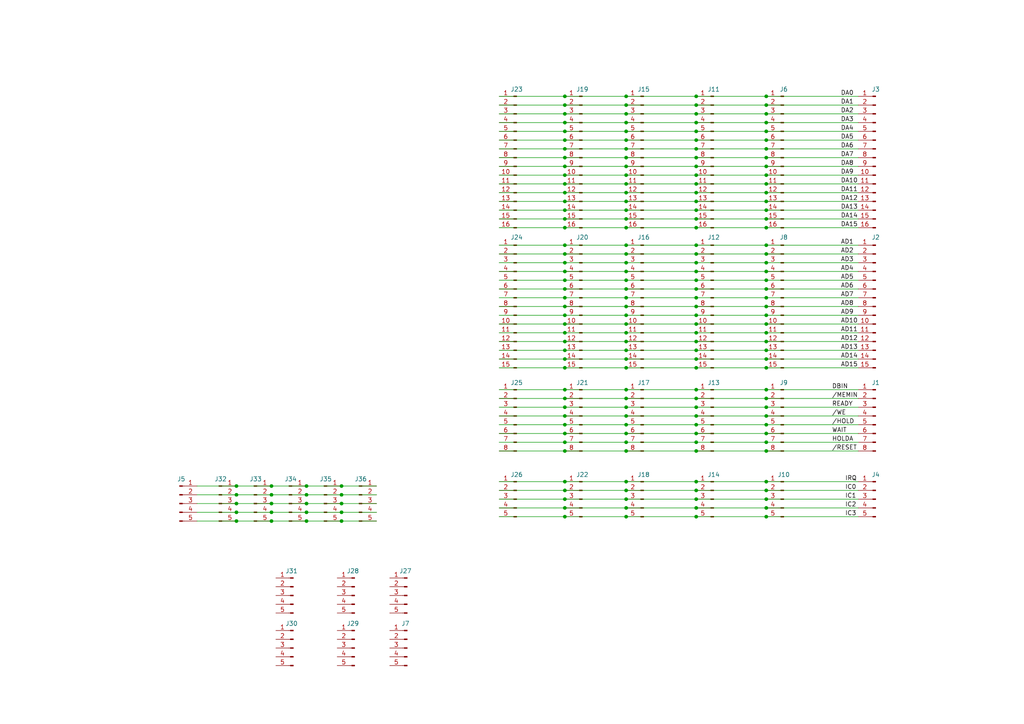
<source format=kicad_sch>
(kicad_sch (version 20250114) (generator "eeschema") (generator_version "9.0")
  (paper "A4")
  (lib_symbols
    (symbol "Connector:Conn_01x05_Pin" (pin_names (offset 1.016) (hide yes))
      (property "Reference" "J" (at 0 7.62 0))
      (property "Value" "Conn_01x05_Pin" (at 0 -7.62 0))
      (symbol "Conn_01x05_Pin_1_1"
        (rectangle (start 0.8636 5.207) (end 0 4.953) (stroke (width 0.1524)) (fill (type outline)))
        (rectangle (start 0.8636 2.667) (end 0 2.413) (stroke (width 0.1524)) (fill (type outline)))
        (rectangle (start 0.8636 0.127) (end 0 -0.127) (stroke (width 0.1524)) (fill (type outline)))
        (rectangle (start 0.8636 -2.413) (end 0 -2.667) (stroke (width 0.1524)) (fill (type outline)))
        (rectangle (start 0.8636 -4.953) (end 0 -5.207) (stroke (width 0.1524)) (fill (type outline)))
        (polyline (pts (xy 1.27 5.08) (xy 0.8636 5.08)) (stroke (width 0.1524)))
        (polyline (pts (xy 1.27 2.54) (xy 0.8636 2.54)) (stroke (width 0.1524)))
        (polyline (pts (xy 1.27 0) (xy 0.8636 0)) (stroke (width 0.1524)))
        (polyline (pts (xy 1.27 -2.54) (xy 0.8636 -2.54)) (stroke (width 0.1524)))
        (polyline (pts (xy 1.27 -5.08) (xy 0.8636 -5.08)) (stroke (width 0.1524)))
        (pin passive line (at 5.08 5.08 180) (length 3.81) (name "Pin_1") (number "1"))
        (pin passive line (at 5.08 2.54 180) (length 3.81) (name "Pin_2") (number "2"))
        (pin passive line (at 5.08 0 180) (length 3.81) (name "Pin_3") (number "3"))
        (pin passive line (at 5.08 -2.54 180) (length 3.81) (name "Pin_4") (number "4"))
        (pin passive line (at 5.08 -5.08 180) (length 3.81) (name "Pin_5") (number "5"))
      )
    )
    (symbol "Connector:Conn_01x08_Pin" (pin_names (offset 1.016) (hide yes))
      (property "Reference" "J" (at 0 10.16 0))
      (property "Value" "Conn_01x08_Pin" (at 0 -12.7 0))
      (symbol "Conn_01x08_Pin_1_1"
        (rectangle (start 0.8636 7.747) (end 0 7.493) (stroke (width 0.1524)) (fill (type outline)))
        (rectangle (start 0.8636 5.207) (end 0 4.953) (stroke (width 0.1524)) (fill (type outline)))
        (rectangle (start 0.8636 2.667) (end 0 2.413) (stroke (width 0.1524)) (fill (type outline)))
        (rectangle (start 0.8636 0.127) (end 0 -0.127) (stroke (width 0.1524)) (fill (type outline)))
        (rectangle (start 0.8636 -2.413) (end 0 -2.667) (stroke (width 0.1524)) (fill (type outline)))
        (rectangle (start 0.8636 -4.953) (end 0 -5.207) (stroke (width 0.1524)) (fill (type outline)))
        (rectangle (start 0.8636 -7.493) (end 0 -7.747) (stroke (width 0.1524)) (fill (type outline)))
        (rectangle (start 0.8636 -10.033) (end 0 -10.287) (stroke (width 0.1524)) (fill (type outline)))
        (polyline (pts (xy 1.27 7.62) (xy 0.8636 7.62)) (stroke (width 0.1524)))
        (polyline (pts (xy 1.27 5.08) (xy 0.8636 5.08)) (stroke (width 0.1524)))
        (polyline (pts (xy 1.27 2.54) (xy 0.8636 2.54)) (stroke (width 0.1524)))
        (polyline (pts (xy 1.27 0) (xy 0.8636 0)) (stroke (width 0.1524)))
        (polyline (pts (xy 1.27 -2.54) (xy 0.8636 -2.54)) (stroke (width 0.1524)))
        (polyline (pts (xy 1.27 -5.08) (xy 0.8636 -5.08)) (stroke (width 0.1524)))
        (polyline (pts (xy 1.27 -7.62) (xy 0.8636 -7.62)) (stroke (width 0.1524)))
        (polyline (pts (xy 1.27 -10.16) (xy 0.8636 -10.16)) (stroke (width 0.1524)))
        (pin passive line (at 5.08 7.62 180) (length 3.81) (name "Pin_1") (number "1"))
        (pin passive line (at 5.08 5.08 180) (length 3.81) (name "Pin_2") (number "2"))
        (pin passive line (at 5.08 2.54 180) (length 3.81) (name "Pin_3") (number "3"))
        (pin passive line (at 5.08 0 180) (length 3.81) (name "Pin_4") (number "4"))
        (pin passive line (at 5.08 -2.54 180) (length 3.81) (name "Pin_5") (number "5"))
        (pin passive line (at 5.08 -5.08 180) (length 3.81) (name "Pin_6") (number "6"))
        (pin passive line (at 5.08 -7.62 180) (length 3.81) (name "Pin_7") (number "7"))
        (pin passive line (at 5.08 -10.16 180) (length 3.81) (name "Pin_8") (number "8"))
      )
    )
    (symbol "Connector:Conn_01x15_Pin" (pin_names (offset 1.016) (hide yes))
      (property "Reference" "J" (at 0 20.32 0))
      (property "Value" "Conn_01x15_Pin" (at 0 -20.32 0))
      (symbol "Conn_01x15_Pin_1_1"
        (rectangle (start 0.8636 17.907) (end 0 17.653) (stroke (width 0.1524)) (fill (type outline)))
        (rectangle (start 0.8636 15.367) (end 0 15.113) (stroke (width 0.1524)) (fill (type outline)))
        (rectangle (start 0.8636 12.827) (end 0 12.573) (stroke (width 0.1524)) (fill (type outline)))
        (rectangle (start 0.8636 10.287) (end 0 10.033) (stroke (width 0.1524)) (fill (type outline)))
        (rectangle (start 0.8636 7.747) (end 0 7.493) (stroke (width 0.1524)) (fill (type outline)))
        (rectangle (start 0.8636 5.207) (end 0 4.953) (stroke (width 0.1524)) (fill (type outline)))
        (rectangle (start 0.8636 2.667) (end 0 2.413) (stroke (width 0.1524)) (fill (type outline)))
        (rectangle (start 0.8636 0.127) (end 0 -0.127) (stroke (width 0.1524)) (fill (type outline)))
        (rectangle (start 0.8636 -2.413) (end 0 -2.667) (stroke (width 0.1524)) (fill (type outline)))
        (rectangle (start 0.8636 -4.953) (end 0 -5.207) (stroke (width 0.1524)) (fill (type outline)))
        (rectangle (start 0.8636 -7.493) (end 0 -7.747) (stroke (width 0.1524)) (fill (type outline)))
        (rectangle (start 0.8636 -10.033) (end 0 -10.287) (stroke (width 0.1524)) (fill (type outline)))
        (rectangle (start 0.8636 -12.573) (end 0 -12.827) (stroke (width 0.1524)) (fill (type outline)))
        (rectangle (start 0.8636 -15.113) (end 0 -15.367) (stroke (width 0.1524)) (fill (type outline)))
        (rectangle (start 0.8636 -17.653) (end 0 -17.907) (stroke (width 0.1524)) (fill (type outline)))
        (polyline (pts (xy 1.27 17.78) (xy 0.8636 17.78)) (stroke (width 0.1524)))
        (polyline (pts (xy 1.27 15.24) (xy 0.8636 15.24)) (stroke (width 0.1524)))
        (polyline (pts (xy 1.27 12.7) (xy 0.8636 12.7)) (stroke (width 0.1524)))
        (polyline (pts (xy 1.27 10.16) (xy 0.8636 10.16)) (stroke (width 0.1524)))
        (polyline (pts (xy 1.27 7.62) (xy 0.8636 7.62)) (stroke (width 0.1524)))
        (polyline (pts (xy 1.27 5.08) (xy 0.8636 5.08)) (stroke (width 0.1524)))
        (polyline (pts (xy 1.27 2.54) (xy 0.8636 2.54)) (stroke (width 0.1524)))
        (polyline (pts (xy 1.27 0) (xy 0.8636 0)) (stroke (width 0.1524)))
        (polyline (pts (xy 1.27 -2.54) (xy 0.8636 -2.54)) (stroke (width 0.1524)))
        (polyline (pts (xy 1.27 -5.08) (xy 0.8636 -5.08)) (stroke (width 0.1524)))
        (polyline (pts (xy 1.27 -7.62) (xy 0.8636 -7.62)) (stroke (width 0.1524)))
        (polyline (pts (xy 1.27 -10.16) (xy 0.8636 -10.16)) (stroke (width 0.1524)))
        (polyline (pts (xy 1.27 -12.7) (xy 0.8636 -12.7)) (stroke (width 0.1524)))
        (polyline (pts (xy 1.27 -15.24) (xy 0.8636 -15.24)) (stroke (width 0.1524)))
        (polyline (pts (xy 1.27 -17.78) (xy 0.8636 -17.78)) (stroke (width 0.1524)))
        (pin passive line (at 5.08 17.78 180) (length 3.81) (name "Pin_1") (number "1"))
        (pin passive line (at 5.08 15.24 180) (length 3.81) (name "Pin_2") (number "2"))
        (pin passive line (at 5.08 12.7 180) (length 3.81) (name "Pin_3") (number "3"))
        (pin passive line (at 5.08 10.16 180) (length 3.81) (name "Pin_4") (number "4"))
        (pin passive line (at 5.08 7.62 180) (length 3.81) (name "Pin_5") (number "5"))
        (pin passive line (at 5.08 5.08 180) (length 3.81) (name "Pin_6") (number "6"))
        (pin passive line (at 5.08 2.54 180) (length 3.81) (name "Pin_7") (number "7"))
        (pin passive line (at 5.08 0 180) (length 3.81) (name "Pin_8") (number "8"))
        (pin passive line (at 5.08 -2.54 180) (length 3.81) (name "Pin_9") (number "9"))
        (pin passive line (at 5.08 -5.08 180) (length 3.81) (name "Pin_10") (number "10"))
        (pin passive line (at 5.08 -7.62 180) (length 3.81) (name "Pin_11") (number "11"))
        (pin passive line (at 5.08 -10.16 180) (length 3.81) (name "Pin_12") (number "12"))
        (pin passive line (at 5.08 -12.7 180) (length 3.81) (name "Pin_13") (number "13"))
        (pin passive line (at 5.08 -15.24 180) (length 3.81) (name "Pin_14") (number "14"))
        (pin passive line (at 5.08 -17.78 180) (length 3.81) (name "Pin_15") (number "15"))
      )
    )
    (symbol "Connector:Conn_01x16_Pin" (pin_names (offset 1.016) (hide yes))
      (property "Reference" "J" (at 0 20.32 0))
      (property "Value" "Conn_01x16_Pin" (at 0 -22.86 0))
      (symbol "Conn_01x16_Pin_1_1"
        (rectangle (start 0.8636 17.907) (end 0 17.653) (stroke (width 0.1524)) (fill (type outline)))
        (rectangle (start 0.8636 15.367) (end 0 15.113) (stroke (width 0.1524)) (fill (type outline)))
        (rectangle (start 0.8636 12.827) (end 0 12.573) (stroke (width 0.1524)) (fill (type outline)))
        (rectangle (start 0.8636 10.287) (end 0 10.033) (stroke (width 0.1524)) (fill (type outline)))
        (rectangle (start 0.8636 7.747) (end 0 7.493) (stroke (width 0.1524)) (fill (type outline)))
        (rectangle (start 0.8636 5.207) (end 0 4.953) (stroke (width 0.1524)) (fill (type outline)))
        (rectangle (start 0.8636 2.667) (end 0 2.413) (stroke (width 0.1524)) (fill (type outline)))
        (rectangle (start 0.8636 0.127) (end 0 -0.127) (stroke (width 0.1524)) (fill (type outline)))
        (rectangle (start 0.8636 -2.413) (end 0 -2.667) (stroke (width 0.1524)) (fill (type outline)))
        (rectangle (start 0.8636 -4.953) (end 0 -5.207) (stroke (width 0.1524)) (fill (type outline)))
        (rectangle (start 0.8636 -7.493) (end 0 -7.747) (stroke (width 0.1524)) (fill (type outline)))
        (rectangle (start 0.8636 -10.033) (end 0 -10.287) (stroke (width 0.1524)) (fill (type outline)))
        (rectangle (start 0.8636 -12.573) (end 0 -12.827) (stroke (width 0.1524)) (fill (type outline)))
        (rectangle (start 0.8636 -15.113) (end 0 -15.367) (stroke (width 0.1524)) (fill (type outline)))
        (rectangle (start 0.8636 -17.653) (end 0 -17.907) (stroke (width 0.1524)) (fill (type outline)))
        (rectangle (start 0.8636 -20.193) (end 0 -20.447) (stroke (width 0.1524)) (fill (type outline)))
        (polyline (pts (xy 1.27 17.78) (xy 0.8636 17.78)) (stroke (width 0.1524)))
        (polyline (pts (xy 1.27 15.24) (xy 0.8636 15.24)) (stroke (width 0.1524)))
        (polyline (pts (xy 1.27 12.7) (xy 0.8636 12.7)) (stroke (width 0.1524)))
        (polyline (pts (xy 1.27 10.16) (xy 0.8636 10.16)) (stroke (width 0.1524)))
        (polyline (pts (xy 1.27 7.62) (xy 0.8636 7.62)) (stroke (width 0.1524)))
        (polyline (pts (xy 1.27 5.08) (xy 0.8636 5.08)) (stroke (width 0.1524)))
        (polyline (pts (xy 1.27 2.54) (xy 0.8636 2.54)) (stroke (width 0.1524)))
        (polyline (pts (xy 1.27 0) (xy 0.8636 0)) (stroke (width 0.1524)))
        (polyline (pts (xy 1.27 -2.54) (xy 0.8636 -2.54)) (stroke (width 0.1524)))
        (polyline (pts (xy 1.27 -5.08) (xy 0.8636 -5.08)) (stroke (width 0.1524)))
        (polyline (pts (xy 1.27 -7.62) (xy 0.8636 -7.62)) (stroke (width 0.1524)))
        (polyline (pts (xy 1.27 -10.16) (xy 0.8636 -10.16)) (stroke (width 0.1524)))
        (polyline (pts (xy 1.27 -12.7) (xy 0.8636 -12.7)) (stroke (width 0.1524)))
        (polyline (pts (xy 1.27 -15.24) (xy 0.8636 -15.24)) (stroke (width 0.1524)))
        (polyline (pts (xy 1.27 -17.78) (xy 0.8636 -17.78)) (stroke (width 0.1524)))
        (polyline (pts (xy 1.27 -20.32) (xy 0.8636 -20.32)) (stroke (width 0.1524)))
        (pin passive line (at 5.08 17.78 180) (length 3.81) (name "Pin_1") (number "1"))
        (pin passive line (at 5.08 15.24 180) (length 3.81) (name "Pin_2") (number "2"))
        (pin passive line (at 5.08 12.7 180) (length 3.81) (name "Pin_3") (number "3"))
        (pin passive line (at 5.08 10.16 180) (length 3.81) (name "Pin_4") (number "4"))
        (pin passive line (at 5.08 7.62 180) (length 3.81) (name "Pin_5") (number "5"))
        (pin passive line (at 5.08 5.08 180) (length 3.81) (name "Pin_6") (number "6"))
        (pin passive line (at 5.08 2.54 180) (length 3.81) (name "Pin_7") (number "7"))
        (pin passive line (at 5.08 0 180) (length 3.81) (name "Pin_8") (number "8"))
        (pin passive line (at 5.08 -2.54 180) (length 3.81) (name "Pin_9") (number "9"))
        (pin passive line (at 5.08 -5.08 180) (length 3.81) (name "Pin_10") (number "10"))
        (pin passive line (at 5.08 -7.62 180) (length 3.81) (name "Pin_11") (number "11"))
        (pin passive line (at 5.08 -10.16 180) (length 3.81) (name "Pin_12") (number "12"))
        (pin passive line (at 5.08 -12.7 180) (length 3.81) (name "Pin_13") (number "13"))
        (pin passive line (at 5.08 -15.24 180) (length 3.81) (name "Pin_14") (number "14"))
        (pin passive line (at 5.08 -17.78 180) (length 3.81) (name "Pin_15") (number "15"))
        (pin passive line (at 5.08 -20.32 180) (length 3.81) (name "Pin_16") (number "16"))
      )
    )
  )
  (junction (at 222.25 118.11))
  (junction (at 222.25 43.18))
  (junction (at 201.93 113.03))
  (junction (at 78.74 151.13))
  (junction (at 68.58 143.51))
  (junction (at 201.93 86.36))
  (junction (at 201.93 45.72))
  (junction (at 201.93 142.24))
  (junction (at 181.61 40.64))
  (junction (at 181.61 118.11))
  (junction (at 222.25 66.04))
  (junction (at 163.83 78.74))
  (junction (at 222.25 123.19))
  (junction (at 181.61 83.82))
  (junction (at 201.93 71.12))
  (junction (at 222.25 115.57))
  (junction (at 163.83 101.6))
  (junction (at 222.25 149.86))
  (junction (at 222.25 142.24))
  (junction (at 222.25 113.03))
  (junction (at 222.25 104.14))
  (junction (at 222.25 91.44))
  (junction (at 222.25 35.56))
  (junction (at 163.83 50.8))
  (junction (at 222.25 144.78))
  (junction (at 163.83 125.73))
  (junction (at 201.93 40.64))
  (junction (at 163.83 35.56))
  (junction (at 181.61 35.56))
  (junction (at 163.83 71.12))
  (junction (at 181.61 149.86))
  (junction (at 163.83 40.64))
  (junction (at 201.93 147.32))
  (junction (at 201.93 106.68))
  (junction (at 181.61 63.5))
  (junction (at 201.93 50.8))
  (junction (at 163.83 91.44))
  (junction (at 163.83 63.5))
  (junction (at 181.61 33.02))
  (junction (at 201.93 48.26))
  (junction (at 201.93 38.1))
  (junction (at 222.25 106.68))
  (junction (at 181.61 147.32))
  (junction (at 201.93 73.66))
  (junction (at 201.93 96.52))
  (junction (at 222.25 33.02))
  (junction (at 201.93 139.7))
  (junction (at 222.25 76.2))
  (junction (at 181.61 101.6))
  (junction (at 222.25 93.98))
  (junction (at 181.61 66.04))
  (junction (at 163.83 139.7))
  (junction (at 88.9 148.59))
  (junction (at 68.58 151.13))
  (junction (at 181.61 73.66))
  (junction (at 163.83 123.19))
  (junction (at 201.93 81.28))
  (junction (at 163.83 38.1))
  (junction (at 88.9 146.05))
  (junction (at 163.83 118.11))
  (junction (at 222.25 88.9))
  (junction (at 181.61 120.65))
  (junction (at 222.25 130.81))
  (junction (at 163.83 130.81))
  (junction (at 88.9 140.97))
  (junction (at 181.61 45.72))
  (junction (at 201.93 130.81))
  (junction (at 163.83 113.03))
  (junction (at 201.93 93.98))
  (junction (at 201.93 99.06))
  (junction (at 181.61 86.36))
  (junction (at 163.83 81.28))
  (junction (at 181.61 142.24))
  (junction (at 163.83 60.96))
  (junction (at 163.83 33.02))
  (junction (at 222.25 60.96))
  (junction (at 222.25 53.34))
  (junction (at 163.83 93.98))
  (junction (at 201.93 43.18))
  (junction (at 201.93 35.56))
  (junction (at 222.25 125.73))
  (junction (at 163.83 55.88))
  (junction (at 163.83 120.65))
  (junction (at 163.83 147.32))
  (junction (at 222.25 101.6))
  (junction (at 78.74 140.97))
  (junction (at 181.61 88.9))
  (junction (at 163.83 142.24))
  (junction (at 163.83 53.34))
  (junction (at 222.25 73.66))
  (junction (at 163.83 27.94))
  (junction (at 222.25 139.7))
  (junction (at 222.25 58.42))
  (junction (at 163.83 88.9))
  (junction (at 201.93 88.9))
  (junction (at 222.25 63.5))
  (junction (at 201.93 83.82))
  (junction (at 163.83 86.36))
  (junction (at 181.61 115.57))
  (junction (at 163.83 30.48))
  (junction (at 78.74 143.51))
  (junction (at 201.93 101.6))
  (junction (at 181.61 113.03))
  (junction (at 222.25 50.8))
  (junction (at 201.93 115.57))
  (junction (at 222.25 83.82))
  (junction (at 201.93 63.5))
  (junction (at 181.61 50.8))
  (junction (at 181.61 81.28))
  (junction (at 201.93 66.04))
  (junction (at 201.93 27.94))
  (junction (at 201.93 58.42))
  (junction (at 201.93 60.96))
  (junction (at 181.61 30.48))
  (junction (at 181.61 128.27))
  (junction (at 181.61 38.1))
  (junction (at 201.93 55.88))
  (junction (at 163.83 144.78))
  (junction (at 181.61 104.14))
  (junction (at 181.61 99.06))
  (junction (at 88.9 143.51))
  (junction (at 222.25 71.12))
  (junction (at 163.83 149.86))
  (junction (at 99.06 143.51))
  (junction (at 163.83 76.2))
  (junction (at 181.61 78.74))
  (junction (at 181.61 123.19))
  (junction (at 181.61 43.18))
  (junction (at 222.25 78.74))
  (junction (at 163.83 128.27))
  (junction (at 201.93 53.34))
  (junction (at 201.93 125.73))
  (junction (at 201.93 33.02))
  (junction (at 181.61 91.44))
  (junction (at 181.61 55.88))
  (junction (at 222.25 128.27))
  (junction (at 181.61 58.42))
  (junction (at 222.25 86.36))
  (junction (at 201.93 123.19))
  (junction (at 222.25 99.06))
  (junction (at 163.83 106.68))
  (junction (at 99.06 140.97))
  (junction (at 222.25 27.94))
  (junction (at 181.61 48.26))
  (junction (at 163.83 104.14))
  (junction (at 99.06 151.13))
  (junction (at 68.58 148.59))
  (junction (at 222.25 81.28))
  (junction (at 222.25 40.64))
  (junction (at 201.93 78.74))
  (junction (at 78.74 148.59))
  (junction (at 181.61 76.2))
  (junction (at 181.61 106.68))
  (junction (at 163.83 73.66))
  (junction (at 181.61 93.98))
  (junction (at 163.83 83.82))
  (junction (at 163.83 43.18))
  (junction (at 201.93 91.44))
  (junction (at 163.83 48.26))
  (junction (at 88.9 151.13))
  (junction (at 222.25 55.88))
  (junction (at 181.61 139.7))
  (junction (at 181.61 71.12))
  (junction (at 201.93 149.86))
  (junction (at 99.06 148.59))
  (junction (at 163.83 66.04))
  (junction (at 163.83 45.72))
  (junction (at 222.25 45.72))
  (junction (at 222.25 38.1))
  (junction (at 181.61 60.96))
  (junction (at 181.61 125.73))
  (junction (at 163.83 99.06))
  (junction (at 222.25 96.52))
  (junction (at 222.25 147.32))
  (junction (at 222.25 120.65))
  (junction (at 163.83 115.57))
  (junction (at 181.61 96.52))
  (junction (at 181.61 27.94))
  (junction (at 222.25 48.26))
  (junction (at 201.93 76.2))
  (junction (at 181.61 53.34))
  (junction (at 181.61 144.78))
  (junction (at 222.25 30.48))
  (junction (at 201.93 30.48))
  (junction (at 201.93 104.14))
  (junction (at 201.93 118.11))
  (junction (at 201.93 144.78))
  (junction (at 78.74 146.05))
  (junction (at 99.06 146.05))
  (junction (at 163.83 96.52))
  (junction (at 163.83 58.42))
  (junction (at 181.61 130.81))
  (junction (at 68.58 146.05))
  (junction (at 201.93 120.65))
  (junction (at 68.58 140.97))
  (junction (at 201.93 128.27))
  (wire (pts (xy 222.25 86.36) (xy 248.92 86.36)))
  (wire (pts (xy 144.78 81.28) (xy 163.83 81.28)))
  (wire (pts (xy 68.58 140.97) (xy 78.74 140.97)))
  (wire (pts (xy 181.61 33.02) (xy 201.93 33.02)))
  (wire (pts (xy 144.78 115.57) (xy 163.83 115.57)))
  (wire (pts (xy 201.93 120.65) (xy 222.25 120.65)))
  (wire (pts (xy 144.78 123.19) (xy 163.83 123.19)))
  (wire (pts (xy 163.83 58.42) (xy 181.61 58.42)))
  (wire (pts (xy 201.93 58.42) (xy 222.25 58.42)))
  (wire (pts (xy 222.25 60.96) (xy 248.92 60.96)))
  (wire (pts (xy 201.93 149.86) (xy 222.25 149.86)))
  (wire (pts (xy 201.93 142.24) (xy 222.25 142.24)))
  (wire (pts (xy 181.61 88.9) (xy 201.93 88.9)))
  (wire (pts (xy 181.61 66.04) (xy 201.93 66.04)))
  (wire (pts (xy 163.83 78.74) (xy 181.61 78.74)))
  (wire (pts (xy 222.25 113.03) (xy 248.92 113.03)))
  (wire (pts (xy 144.78 93.98) (xy 163.83 93.98)))
  (wire (pts (xy 144.78 35.56) (xy 163.83 35.56)))
  (wire (pts (xy 78.74 140.97) (xy 88.9 140.97)))
  (wire (pts (xy 163.83 43.18) (xy 181.61 43.18)))
  (wire (pts (xy 181.61 104.14) (xy 201.93 104.14)))
  (wire (pts (xy 163.83 99.06) (xy 181.61 99.06)))
  (wire (pts (xy 163.83 76.2) (xy 181.61 76.2)))
  (wire (pts (xy 144.78 139.7) (xy 163.83 139.7)))
  (wire (pts (xy 222.25 104.14) (xy 248.92 104.14)))
  (wire (pts (xy 163.83 66.04) (xy 181.61 66.04)))
  (wire (pts (xy 181.61 76.2) (xy 201.93 76.2)))
  (wire (pts (xy 222.25 58.42) (xy 248.92 58.42)))
  (wire (pts (xy 88.9 143.51) (xy 99.06 143.51)))
  (wire (pts (xy 181.61 58.42) (xy 201.93 58.42)))
  (wire (pts (xy 181.61 50.8) (xy 201.93 50.8)))
  (wire (pts (xy 222.25 53.34) (xy 248.92 53.34)))
  (wire (pts (xy 222.25 73.66) (xy 248.92 73.66)))
  (wire (pts (xy 201.93 144.78) (xy 222.25 144.78)))
  (wire (pts (xy 222.25 55.88) (xy 248.92 55.88)))
  (wire (pts (xy 163.83 60.96) (xy 181.61 60.96)))
  (wire (pts (xy 181.61 91.44) (xy 201.93 91.44)))
  (wire (pts (xy 222.25 139.7) (xy 248.92 139.7)))
  (wire (pts (xy 181.61 99.06) (xy 201.93 99.06)))
  (wire (pts (xy 57.15 140.97) (xy 68.58 140.97)))
  (wire (pts (xy 163.83 50.8) (xy 181.61 50.8)))
  (wire (pts (xy 181.61 71.12) (xy 201.93 71.12)))
  (wire (pts (xy 181.61 93.98) (xy 201.93 93.98)))
  (wire (pts (xy 222.25 40.64) (xy 248.92 40.64)))
  (wire (pts (xy 144.78 58.42) (xy 163.83 58.42)))
  (wire (pts (xy 78.74 151.13) (xy 88.9 151.13)))
  (wire (pts (xy 201.93 66.04) (xy 222.25 66.04)))
  (wire (pts (xy 201.93 123.19) (xy 222.25 123.19)))
  (wire (pts (xy 181.61 149.86) (xy 201.93 149.86)))
  (wire (pts (xy 163.83 38.1) (xy 181.61 38.1)))
  (wire (pts (xy 144.78 149.86) (xy 163.83 149.86)))
  (wire (pts (xy 144.78 83.82) (xy 163.83 83.82)))
  (wire (pts (xy 144.78 88.9) (xy 163.83 88.9)))
  (wire (pts (xy 201.93 113.03) (xy 222.25 113.03)))
  (wire (pts (xy 222.25 96.52) (xy 248.92 96.52)))
  (wire (pts (xy 163.83 125.73) (xy 181.61 125.73)))
  (wire (pts (xy 181.61 142.24) (xy 201.93 142.24)))
  (wire (pts (xy 144.78 38.1) (xy 163.83 38.1)))
  (wire (pts (xy 144.78 50.8) (xy 163.83 50.8)))
  (wire (pts (xy 144.78 33.02) (xy 163.83 33.02)))
  (wire (pts (xy 57.15 148.59) (xy 68.58 148.59)))
  (wire (pts (xy 201.93 78.74) (xy 222.25 78.74)))
  (wire (pts (xy 144.78 142.24) (xy 163.83 142.24)))
  (wire (pts (xy 99.06 151.13) (xy 109.22 151.13)))
  (wire (pts (xy 163.83 130.81) (xy 181.61 130.81)))
  (wire (pts (xy 99.06 143.51) (xy 109.22 143.51)))
  (wire (pts (xy 181.61 83.82) (xy 201.93 83.82)))
  (wire (pts (xy 144.78 125.73) (xy 163.83 125.73)))
  (wire (pts (xy 222.25 120.65) (xy 248.92 120.65)))
  (wire (pts (xy 201.93 99.06) (xy 222.25 99.06)))
  (wire (pts (xy 163.83 30.48) (xy 181.61 30.48)))
  (wire (pts (xy 68.58 146.05) (xy 78.74 146.05)))
  (wire (pts (xy 222.25 93.98) (xy 248.92 93.98)))
  (wire (pts (xy 222.25 48.26) (xy 248.92 48.26)))
  (wire (pts (xy 163.83 104.14) (xy 181.61 104.14)))
  (wire (pts (xy 181.61 55.88) (xy 201.93 55.88)))
  (wire (pts (xy 144.78 78.74) (xy 163.83 78.74)))
  (wire (pts (xy 181.61 123.19) (xy 201.93 123.19)))
  (wire (pts (xy 163.83 142.24) (xy 181.61 142.24)))
  (wire (pts (xy 222.25 106.68) (xy 248.92 106.68)))
  (wire (pts (xy 222.25 123.19) (xy 248.92 123.19)))
  (wire (pts (xy 222.25 88.9) (xy 248.92 88.9)))
  (wire (pts (xy 163.83 33.02) (xy 181.61 33.02)))
  (wire (pts (xy 222.25 30.48) (xy 248.92 30.48)))
  (wire (pts (xy 201.93 71.12) (xy 222.25 71.12)))
  (wire (pts (xy 201.93 106.68) (xy 222.25 106.68)))
  (wire (pts (xy 163.83 91.44) (xy 181.61 91.44)))
  (wire (pts (xy 163.83 86.36) (xy 181.61 86.36)))
  (wire (pts (xy 163.83 73.66) (xy 181.61 73.66)))
  (wire (pts (xy 163.83 81.28) (xy 181.61 81.28)))
  (wire (pts (xy 181.61 120.65) (xy 201.93 120.65)))
  (wire (pts (xy 222.25 142.24) (xy 248.92 142.24)))
  (wire (pts (xy 222.25 66.04) (xy 248.92 66.04)))
  (wire (pts (xy 222.25 43.18) (xy 248.92 43.18)))
  (wire (pts (xy 144.78 104.14) (xy 163.83 104.14)))
  (wire (pts (xy 222.25 149.86) (xy 248.92 149.86)))
  (wire (pts (xy 57.15 151.13) (xy 68.58 151.13)))
  (wire (pts (xy 181.61 115.57) (xy 201.93 115.57)))
  (wire (pts (xy 201.93 30.48) (xy 222.25 30.48)))
  (wire (pts (xy 144.78 118.11) (xy 163.83 118.11)))
  (wire (pts (xy 201.93 43.18) (xy 222.25 43.18)))
  (wire (pts (xy 144.78 99.06) (xy 163.83 99.06)))
  (wire (pts (xy 181.61 130.81) (xy 201.93 130.81)))
  (wire (pts (xy 201.93 96.52) (xy 222.25 96.52)))
  (wire (pts (xy 181.61 86.36) (xy 201.93 86.36)))
  (wire (pts (xy 163.83 139.7) (xy 181.61 139.7)))
  (wire (pts (xy 163.83 123.19) (xy 181.61 123.19)))
  (wire (pts (xy 144.78 43.18) (xy 163.83 43.18)))
  (wire (pts (xy 222.25 27.94) (xy 248.92 27.94)))
  (wire (pts (xy 181.61 113.03) (xy 201.93 113.03)))
  (wire (pts (xy 222.25 81.28) (xy 248.92 81.28)))
  (wire (pts (xy 144.78 128.27) (xy 163.83 128.27)))
  (wire (pts (xy 222.25 76.2) (xy 248.92 76.2)))
  (wire (pts (xy 181.61 139.7) (xy 201.93 139.7)))
  (wire (pts (xy 181.61 45.72) (xy 201.93 45.72)))
  (wire (pts (xy 78.74 148.59) (xy 88.9 148.59)))
  (wire (pts (xy 163.83 63.5) (xy 181.61 63.5)))
  (wire (pts (xy 144.78 55.88) (xy 163.83 55.88)))
  (wire (pts (xy 144.78 130.81) (xy 163.83 130.81)))
  (wire (pts (xy 163.83 120.65) (xy 181.61 120.65)))
  (wire (pts (xy 181.61 40.64) (xy 201.93 40.64)))
  (wire (pts (xy 163.83 55.88) (xy 181.61 55.88)))
  (wire (pts (xy 201.93 38.1) (xy 222.25 38.1)))
  (wire (pts (xy 78.74 143.51) (xy 88.9 143.51)))
  (wire (pts (xy 144.78 45.72) (xy 163.83 45.72)))
  (wire (pts (xy 163.83 88.9) (xy 181.61 88.9)))
  (wire (pts (xy 222.25 78.74) (xy 248.92 78.74)))
  (wire (pts (xy 222.25 125.73) (xy 248.92 125.73)))
  (wire (pts (xy 181.61 53.34) (xy 201.93 53.34)))
  (wire (pts (xy 201.93 81.28) (xy 222.25 81.28)))
  (wire (pts (xy 222.25 101.6) (xy 248.92 101.6)))
  (wire (pts (xy 181.61 60.96) (xy 201.93 60.96)))
  (wire (pts (xy 99.06 140.97) (xy 109.22 140.97)))
  (wire (pts (xy 181.61 27.94) (xy 201.93 27.94)))
  (wire (pts (xy 144.78 63.5) (xy 163.83 63.5)))
  (wire (pts (xy 181.61 106.68) (xy 201.93 106.68)))
  (wire (pts (xy 201.93 104.14) (xy 222.25 104.14)))
  (wire (pts (xy 201.93 53.34) (xy 222.25 53.34)))
  (wire (pts (xy 163.83 40.64) (xy 181.61 40.64)))
  (wire (pts (xy 222.25 63.5) (xy 248.92 63.5)))
  (wire (pts (xy 144.78 53.34) (xy 163.83 53.34)))
  (wire (pts (xy 181.61 144.78) (xy 201.93 144.78)))
  (wire (pts (xy 163.83 45.72) (xy 181.61 45.72)))
  (wire (pts (xy 181.61 125.73) (xy 201.93 125.73)))
  (wire (pts (xy 201.93 88.9) (xy 222.25 88.9)))
  (wire (pts (xy 201.93 63.5) (xy 222.25 63.5)))
  (wire (pts (xy 163.83 115.57) (xy 181.61 115.57)))
  (wire (pts (xy 88.9 148.59) (xy 99.06 148.59)))
  (wire (pts (xy 163.83 149.86) (xy 181.61 149.86)))
  (wire (pts (xy 144.78 66.04) (xy 163.83 66.04)))
  (wire (pts (xy 68.58 151.13) (xy 78.74 151.13)))
  (wire (pts (xy 201.93 73.66) (xy 222.25 73.66)))
  (wire (pts (xy 144.78 27.94) (xy 163.83 27.94)))
  (wire (pts (xy 201.93 83.82) (xy 222.25 83.82)))
  (wire (pts (xy 144.78 76.2) (xy 163.83 76.2)))
  (wire (pts (xy 88.9 140.97) (xy 99.06 140.97)))
  (wire (pts (xy 201.93 125.73) (xy 222.25 125.73)))
  (wire (pts (xy 68.58 148.59) (xy 78.74 148.59)))
  (wire (pts (xy 163.83 48.26) (xy 181.61 48.26)))
  (wire (pts (xy 181.61 128.27) (xy 201.93 128.27)))
  (wire (pts (xy 88.9 146.05) (xy 99.06 146.05)))
  (wire (pts (xy 181.61 73.66) (xy 201.93 73.66)))
  (wire (pts (xy 181.61 147.32) (xy 201.93 147.32)))
  (wire (pts (xy 88.9 151.13) (xy 99.06 151.13)))
  (wire (pts (xy 144.78 60.96) (xy 163.83 60.96)))
  (wire (pts (xy 201.93 48.26) (xy 222.25 48.26)))
  (wire (pts (xy 163.83 35.56) (xy 181.61 35.56)))
  (wire (pts (xy 222.25 45.72) (xy 248.92 45.72)))
  (wire (pts (xy 201.93 60.96) (xy 222.25 60.96)))
  (wire (pts (xy 222.25 144.78) (xy 248.92 144.78)))
  (wire (pts (xy 222.25 115.57) (xy 248.92 115.57)))
  (wire (pts (xy 181.61 35.56) (xy 201.93 35.56)))
  (wire (pts (xy 144.78 48.26) (xy 163.83 48.26)))
  (wire (pts (xy 201.93 45.72) (xy 222.25 45.72)))
  (wire (pts (xy 222.25 99.06) (xy 248.92 99.06)))
  (wire (pts (xy 201.93 50.8) (xy 222.25 50.8)))
  (wire (pts (xy 222.25 130.81) (xy 248.92 130.81)))
  (wire (pts (xy 144.78 73.66) (xy 163.83 73.66)))
  (wire (pts (xy 144.78 96.52) (xy 163.83 96.52)))
  (wire (pts (xy 163.83 27.94) (xy 181.61 27.94)))
  (wire (pts (xy 144.78 147.32) (xy 163.83 147.32)))
  (wire (pts (xy 99.06 146.05) (xy 109.22 146.05)))
  (wire (pts (xy 201.93 35.56) (xy 222.25 35.56)))
  (wire (pts (xy 222.25 35.56) (xy 248.92 35.56)))
  (wire (pts (xy 201.93 55.88) (xy 222.25 55.88)))
  (wire (pts (xy 144.78 40.64) (xy 163.83 40.64)))
  (wire (pts (xy 201.93 118.11) (xy 222.25 118.11)))
  (wire (pts (xy 201.93 115.57) (xy 222.25 115.57)))
  (wire (pts (xy 99.06 148.59) (xy 109.22 148.59)))
  (wire (pts (xy 163.83 128.27) (xy 181.61 128.27)))
  (wire (pts (xy 222.25 38.1) (xy 248.92 38.1)))
  (wire (pts (xy 181.61 101.6) (xy 201.93 101.6)))
  (wire (pts (xy 144.78 120.65) (xy 163.83 120.65)))
  (wire (pts (xy 201.93 76.2) (xy 222.25 76.2)))
  (wire (pts (xy 144.78 101.6) (xy 163.83 101.6)))
  (wire (pts (xy 222.25 83.82) (xy 248.92 83.82)))
  (wire (pts (xy 201.93 139.7) (xy 222.25 139.7)))
  (wire (pts (xy 163.83 144.78) (xy 181.61 144.78)))
  (wire (pts (xy 181.61 78.74) (xy 201.93 78.74)))
  (wire (pts (xy 201.93 101.6) (xy 222.25 101.6)))
  (wire (pts (xy 201.93 147.32) (xy 222.25 147.32)))
  (wire (pts (xy 144.78 91.44) (xy 163.83 91.44)))
  (wire (pts (xy 201.93 93.98) (xy 222.25 93.98)))
  (wire (pts (xy 181.61 81.28) (xy 201.93 81.28)))
  (wire (pts (xy 144.78 30.48) (xy 163.83 30.48)))
  (wire (pts (xy 181.61 30.48) (xy 201.93 30.48)))
  (wire (pts (xy 144.78 86.36) (xy 163.83 86.36)))
  (wire (pts (xy 201.93 91.44) (xy 222.25 91.44)))
  (wire (pts (xy 57.15 143.51) (xy 68.58 143.51)))
  (wire (pts (xy 222.25 71.12) (xy 248.92 71.12)))
  (wire (pts (xy 201.93 86.36) (xy 222.25 86.36)))
  (wire (pts (xy 222.25 118.11) (xy 248.92 118.11)))
  (wire (pts (xy 68.58 143.51) (xy 78.74 143.51)))
  (wire (pts (xy 144.78 71.12) (xy 163.83 71.12)))
  (wire (pts (xy 163.83 53.34) (xy 181.61 53.34)))
  (wire (pts (xy 163.83 147.32) (xy 181.61 147.32)))
  (wire (pts (xy 222.25 147.32) (xy 248.92 147.32)))
  (wire (pts (xy 144.78 106.68) (xy 163.83 106.68)))
  (wire (pts (xy 144.78 144.78) (xy 163.83 144.78)))
  (wire (pts (xy 222.25 128.27) (xy 248.92 128.27)))
  (wire (pts (xy 181.61 96.52) (xy 201.93 96.52)))
  (wire (pts (xy 163.83 106.68) (xy 181.61 106.68)))
  (wire (pts (xy 181.61 118.11) (xy 201.93 118.11)))
  (wire (pts (xy 78.74 146.05) (xy 88.9 146.05)))
  (wire (pts (xy 144.78 113.03) (xy 163.83 113.03)))
  (wire (pts (xy 163.83 71.12) (xy 181.61 71.12)))
  (wire (pts (xy 181.61 48.26) (xy 201.93 48.26)))
  (wire (pts (xy 181.61 43.18) (xy 201.93 43.18)))
  (wire (pts (xy 163.83 113.03) (xy 181.61 113.03)))
  (wire (pts (xy 163.83 96.52) (xy 181.61 96.52)))
  (wire (pts (xy 222.25 91.44) (xy 248.92 91.44)))
  (wire (pts (xy 201.93 128.27) (xy 222.25 128.27)))
  (wire (pts (xy 181.61 38.1) (xy 201.93 38.1)))
  (wire (pts (xy 57.15 146.05) (xy 68.58 146.05)))
  (wire (pts (xy 201.93 33.02) (xy 222.25 33.02)))
  (wire (pts (xy 201.93 27.94) (xy 222.25 27.94)))
  (wire (pts (xy 201.93 40.64) (xy 222.25 40.64)))
  (wire (pts (xy 222.25 33.02) (xy 248.92 33.02)))
  (wire (pts (xy 222.25 50.8) (xy 248.92 50.8)))
  (wire (pts (xy 163.83 93.98) (xy 181.61 93.98)))
  (wire (pts (xy 163.83 101.6) (xy 181.61 101.6)))
  (wire (pts (xy 163.83 118.11) (xy 181.61 118.11)))
  (wire (pts (xy 181.61 63.5) (xy 201.93 63.5)))
  (wire (pts (xy 201.93 130.81) (xy 222.25 130.81)))
  (wire (pts (xy 163.83 83.82) (xy 181.61 83.82)))
  (label "DA3" (at 243.84 35.56 0))
  (label "AD6" (at 243.84 83.82 0))
  (label "HOLDA" (at 241.3 128.27 0))
  (label "DA14" (at 243.84 63.5 0))
  (label "DA11" (at 243.84 55.88 0))
  (label "IC1" (at 245.11 144.78 0))
  (label "{slash}MEMIN" (at 241.3 115.57 0))
  (label "DA9" (at 243.84 50.8 0))
  (label "AD7" (at 243.84 86.36 0))
  (label "IRQ" (at 245.11 139.7 0))
  (label "DA0" (at 243.84 27.94 0))
  (label "DA7" (at 243.84 45.72 0))
  (label "AD9" (at 243.84 91.44 0))
  (label "READY" (at 241.3 118.11 0))
  (label "DA8" (at 243.84 48.26 0))
  (label "DA15" (at 243.84 66.04 0))
  (label "DA12" (at 243.84 58.42 0))
  (label "AD2" (at 243.84 73.66 0))
  (label "AD11" (at 243.84 96.52 0))
  (label "AD15" (at 243.84 106.68 0))
  (label "DA6" (at 243.84 43.18 0))
  (label "DA5" (at 243.84 40.64 0))
  (label "{slash}HOLD" (at 241.3 123.19 0))
  (label "DA4" (at 243.84 38.1 0))
  (label "{slash}WE" (at 241.3 120.65 0))
  (label "IC0" (at 245.11 142.24 0))
  (label "DA10" (at 243.84 53.34 0))
  (label "DA13" (at 243.84 60.96 0))
  (label "AD10" (at 243.84 93.98 0))
  (label "DBIN" (at 241.3 113.03 0))
  (label "AD3" (at 243.84 76.2 0))
  (label "AD5" (at 243.84 81.28 0))
  (label "AD1" (at 243.84 71.12 0))
  (label "IC2" (at 245.11 147.32 0))
  (label "DA2" (at 243.84 33.02 0))
  (label "AD4" (at 243.84 78.74 0))
  (label "{slash}RESET" (at 241.3 130.81 0))
  (label "IC3" (at 245.11 149.86 0))
  (label "DA1" (at 243.84 30.48 0))
  (label "AD14" (at 243.84 104.14 0))
  (label "AD12" (at 243.84 99.06 0))
  (label "WAIT" (at 241.3 125.73 0))
  (label "AD8" (at 243.84 88.9 0))
  (label "AD13" (at 243.84 101.6 0))
  (symbol (lib_id "Connector:Conn_01x05_Pin") (at 118.11 172.72 0) (mirror y) (unit 1)
    (property "Reference" "J27" (at 117.602 165.608 0))
    (property "Value" "Conn_01x05_Pin" (effects (hide yes)))
    (property "Footprint" "Connector_PinHeader_2.54mm:PinHeader_1x05_P2.54mm_Vertical" (effects (hide yes)))
    (property "Description" "Generic connector, single row, 01x05, script generated" (effects (hide yes)))
  )
  (symbol (lib_id "Connector:Conn_01x15_Pin") (at 254 88.9 0) (mirror y) (unit 1)
    (property "Reference" "J2" (at 254 68.834 0))
    (property "Value" "Conn_01x15_Pin" (effects (hide yes)))
    (property "Footprint" "Connector_PinHeader_2.54mm:PinHeader_1x15_P2.54mm_Vertical" (effects (hide yes)))
    (property "Description" "Generic connector, single row, 01x15, script generated" (effects (hide yes)))
  )
  (symbol (lib_id "Connector:Conn_01x15_Pin") (at 227.33 88.9 0) (mirror y) (unit 1)
    (property "Reference" "J8" (at 227.33 68.834 0))
    (property "Value" "Conn_01x15_Pin" (effects (hide yes)))
    (property "Footprint" "Connector_PinHeader_2.54mm:PinHeader_1x15_P2.54mm_Vertical" (effects (hide yes)))
    (property "Description" "Generic connector, single row, 01x15, script generated" (effects (hide yes)))
  )
  (symbol (lib_id "Connector:Conn_01x05_Pin") (at 254 144.78 0) (mirror y) (unit 1)
    (property "Reference" "J4" (at 254 137.668 0))
    (property "Value" "Conn_01x05_Pin" (effects (hide yes)))
    (property "Footprint" "Connector_PinHeader_2.54mm:PinHeader_1x05_P2.54mm_Vertical" (effects (hide yes)))
    (property "Description" "Generic connector, single row, 01x05, script generated" (effects (hide yes)))
  )
  (symbol (lib_id "Connector:Conn_01x16_Pin") (at 254 45.72 0) (mirror y) (unit 1)
    (property "Reference" "J3" (at 254 25.908 0))
    (property "Value" "Conn_01x16_Pin" (effects (hide yes)))
    (property "Footprint" "Connector_PinHeader_2.54mm:PinHeader_1x16_P2.54mm_Vertical" (effects (hide yes)))
    (property "Description" "Generic connector, single row, 01x16, script generated" (effects (hide yes)))
  )
  (symbol (lib_id "Connector:Conn_01x05_Pin") (at 85.09 172.72 0) (mirror y) (unit 1)
    (property "Reference" "J31" (at 84.582 165.608 0))
    (property "Value" "Conn_01x05_Pin" (effects (hide yes)))
    (property "Footprint" "Connector_PinHeader_2.54mm:PinHeader_1x05_P2.54mm_Vertical" (effects (hide yes)))
    (property "Description" "Generic connector, single row, 01x05, script generated" (effects (hide yes)))
  )
  (symbol (lib_id "Connector:Conn_01x05_Pin") (at 207.01 144.78 0) (mirror y) (unit 1)
    (property "Reference" "J14" (at 207.01 137.668 0))
    (property "Value" "Conn_01x05_Pin" (effects (hide yes)))
    (property "Footprint" "Connector_PinHeader_2.54mm:PinHeader_1x05_P2.54mm_Vertical" (effects (hide yes)))
    (property "Description" "Generic connector, single row, 01x05, script generated" (effects (hide yes)))
  )
  (symbol (lib_id "Connector:Conn_01x08_Pin") (at 149.86 120.65 0) (mirror y) (unit 1)
    (property "Reference" "J25" (at 149.86 110.998 0))
    (property "Value" "Conn_01x08_Pin" (effects (hide yes)))
    (property "Footprint" "Connector_PinHeader_2.54mm:PinHeader_1x08_P2.54mm_Vertical" (effects (hide yes)))
    (property "Description" "Generic connector, single row, 01x08, script generated" (effects (hide yes)))
  )
  (symbol (lib_id "Connector:Conn_01x08_Pin") (at 207.01 120.65 0) (mirror y) (unit 1)
    (property "Reference" "J13" (at 207.01 110.998 0))
    (property "Value" "Conn_01x08_Pin" (effects (hide yes)))
    (property "Footprint" "Connector_PinHeader_2.54mm:PinHeader_1x08_P2.54mm_Vertical" (effects (hide yes)))
    (property "Description" "Generic connector, single row, 01x08, script generated" (effects (hide yes)))
  )
  (symbol (lib_id "Connector:Conn_01x16_Pin") (at 207.01 45.72 0) (mirror y) (unit 1)
    (property "Reference" "J11" (at 207.01 25.908 0))
    (property "Value" "Conn_01x16_Pin" (effects (hide yes)))
    (property "Footprint" "Connector_PinHeader_2.54mm:PinHeader_1x16_P2.54mm_Vertical" (effects (hide yes)))
    (property "Description" "Generic connector, single row, 01x16, script generated" (effects (hide yes)))
  )
  (symbol (lib_id "Connector:Conn_01x05_Pin") (at 186.69 144.78 0) (mirror y) (unit 1)
    (property "Reference" "J18" (at 186.69 137.668 0))
    (property "Value" "Conn_01x05_Pin" (effects (hide yes)))
    (property "Footprint" "Connector_PinHeader_2.54mm:PinHeader_1x05_P2.54mm_Vertical" (effects (hide yes)))
    (property "Description" "Generic connector, single row, 01x05, script generated" (effects (hide yes)))
  )
  (symbol (lib_id "Connector:Conn_01x05_Pin") (at 104.14 146.05 0) (unit 1)
    (property "Reference" "J36" (at 104.648 138.938 0))
    (property "Value" "Conn_01x05_Pin" (effects (hide yes)))
    (property "Footprint" "Connector_PinHeader_2.54mm:PinHeader_1x05_P2.54mm_Vertical" (effects (hide yes)))
    (property "Description" "Generic connector, single row, 01x05, script generated" (effects (hide yes)))
  )
  (symbol (lib_id "Connector:Conn_01x08_Pin") (at 186.69 120.65 0) (mirror y) (unit 1)
    (property "Reference" "J17" (at 186.69 110.998 0))
    (property "Value" "Conn_01x08_Pin" (effects (hide yes)))
    (property "Footprint" "Connector_PinHeader_2.54mm:PinHeader_1x08_P2.54mm_Vertical" (effects (hide yes)))
    (property "Description" "Generic connector, single row, 01x08, script generated" (effects (hide yes)))
  )
  (symbol (lib_id "Connector:Conn_01x05_Pin") (at 52.07 146.05 0) (unit 1)
    (property "Reference" "J5" (at 52.578 138.938 0))
    (property "Value" "Conn_01x05_Pin" (effects (hide yes)))
    (property "Footprint" "Connector_PinHeader_2.54mm:PinHeader_1x05_P2.54mm_Vertical" (effects (hide yes)))
    (property "Description" "Generic connector, single row, 01x05, script generated" (effects (hide yes)))
  )
  (symbol (lib_id "Connector:Conn_01x16_Pin") (at 149.86 45.72 0) (mirror y) (unit 1)
    (property "Reference" "J23" (at 149.86 25.908 0))
    (property "Value" "Conn_01x16_Pin" (effects (hide yes)))
    (property "Footprint" "Connector_PinHeader_2.54mm:PinHeader_1x16_P2.54mm_Vertical" (effects (hide yes)))
    (property "Description" "Generic connector, single row, 01x16, script generated" (effects (hide yes)))
  )
  (symbol (lib_id "Connector:Conn_01x05_Pin") (at 83.82 146.05 0) (unit 1)
    (property "Reference" "J34" (at 84.328 138.938 0))
    (property "Value" "Conn_01x05_Pin" (effects (hide yes)))
    (property "Footprint" "Connector_PinHeader_2.54mm:PinHeader_1x05_P2.54mm_Vertical" (effects (hide yes)))
    (property "Description" "Generic connector, single row, 01x05, script generated" (effects (hide yes)))
  )
  (symbol (lib_id "Connector:Conn_01x05_Pin") (at 149.86 144.78 0) (mirror y) (unit 1)
    (property "Reference" "J26" (at 149.86 137.668 0))
    (property "Value" "Conn_01x05_Pin" (effects (hide yes)))
    (property "Footprint" "Connector_PinHeader_2.54mm:PinHeader_1x05_P2.54mm_Vertical" (effects (hide yes)))
    (property "Description" "Generic connector, single row, 01x05, script generated" (effects (hide yes)))
  )
  (symbol (lib_id "Connector:Conn_01x05_Pin") (at 73.66 146.05 0) (unit 1)
    (property "Reference" "J33" (at 74.168 138.938 0))
    (property "Value" "Conn_01x05_Pin" (effects (hide yes)))
    (property "Footprint" "Connector_PinHeader_2.54mm:PinHeader_1x05_P2.54mm_Vertical" (effects (hide yes)))
    (property "Description" "Generic connector, single row, 01x05, script generated" (effects (hide yes)))
  )
  (symbol (lib_id "Connector:Conn_01x08_Pin") (at 254 120.65 0) (mirror y) (unit 1)
    (property "Reference" "J1" (at 254 110.998 0))
    (property "Value" "Conn_01x08_Pin" (effects (hide yes)))
    (property "Footprint" "Connector_PinHeader_2.54mm:PinHeader_1x08_P2.54mm_Vertical" (effects (hide yes)))
    (property "Description" "Generic connector, single row, 01x08, script generated" (effects (hide yes)))
  )
  (symbol (lib_id "Connector:Conn_01x05_Pin") (at 227.33 144.78 0) (mirror y) (unit 1)
    (property "Reference" "J10" (at 227.33 137.668 0))
    (property "Value" "Conn_01x05_Pin" (effects (hide yes)))
    (property "Footprint" "Connector_PinHeader_2.54mm:PinHeader_1x05_P2.54mm_Vertical" (effects (hide yes)))
    (property "Description" "Generic connector, single row, 01x05, script generated" (effects (hide yes)))
  )
  (symbol (lib_id "Connector:Conn_01x08_Pin") (at 168.91 120.65 0) (mirror y) (unit 1)
    (property "Reference" "J21" (at 168.91 110.998 0))
    (property "Value" "Conn_01x08_Pin" (effects (hide yes)))
    (property "Footprint" "Connector_PinHeader_2.54mm:PinHeader_1x08_P2.54mm_Vertical" (effects (hide yes)))
    (property "Description" "Generic connector, single row, 01x08, script generated" (effects (hide yes)))
  )
  (symbol (lib_id "Connector:Conn_01x15_Pin") (at 149.86 88.9 0) (mirror y) (unit 1)
    (property "Reference" "J24" (at 149.86 68.834 0))
    (property "Value" "Conn_01x15_Pin" (effects (hide yes)))
    (property "Footprint" "Connector_PinHeader_2.54mm:PinHeader_1x15_P2.54mm_Vertical" (effects (hide yes)))
    (property "Description" "Generic connector, single row, 01x15, script generated" (effects (hide yes)))
  )
  (symbol (lib_id "Connector:Conn_01x08_Pin") (at 227.33 120.65 0) (mirror y) (unit 1)
    (property "Reference" "J9" (at 227.33 110.998 0))
    (property "Value" "Conn_01x08_Pin" (effects (hide yes)))
    (property "Footprint" "Connector_PinHeader_2.54mm:PinHeader_1x08_P2.54mm_Vertical" (effects (hide yes)))
    (property "Description" "Generic connector, single row, 01x08, script generated" (effects (hide yes)))
  )
  (symbol (lib_id "Connector:Conn_01x05_Pin") (at 168.91 144.78 0) (mirror y) (unit 1)
    (property "Reference" "J22" (at 168.91 137.668 0))
    (property "Value" "Conn_01x05_Pin" (effects (hide yes)))
    (property "Footprint" "Connector_PinHeader_2.54mm:PinHeader_1x05_P2.54mm_Vertical" (effects (hide yes)))
    (property "Description" "Generic connector, single row, 01x05, script generated" (effects (hide yes)))
  )
  (symbol (lib_id "Connector:Conn_01x05_Pin") (at 102.87 172.72 0) (mirror y) (unit 1)
    (property "Reference" "J28" (at 102.362 165.608 0))
    (property "Value" "Conn_01x05_Pin" (effects (hide yes)))
    (property "Footprint" "Connector_PinHeader_2.54mm:PinHeader_1x05_P2.54mm_Vertical" (effects (hide yes)))
    (property "Description" "Generic connector, single row, 01x05, script generated" (effects (hide yes)))
  )
  (symbol (lib_id "Connector:Conn_01x16_Pin") (at 186.69 45.72 0) (mirror y) (unit 1)
    (property "Reference" "J15" (at 186.69 25.908 0))
    (property "Value" "Conn_01x16_Pin" (effects (hide yes)))
    (property "Footprint" "Connector_PinHeader_2.54mm:PinHeader_1x16_P2.54mm_Vertical" (effects (hide yes)))
    (property "Description" "Generic connector, single row, 01x16, script generated" (effects (hide yes)))
  )
  (symbol (lib_id "Connector:Conn_01x15_Pin") (at 207.01 88.9 0) (mirror y) (unit 1)
    (property "Reference" "J12" (at 207.01 68.834 0))
    (property "Value" "Conn_01x15_Pin" (effects (hide yes)))
    (property "Footprint" "Connector_PinHeader_2.54mm:PinHeader_1x15_P2.54mm_Vertical" (effects (hide yes)))
    (property "Description" "Generic connector, single row, 01x15, script generated" (effects (hide yes)))
  )
  (symbol (lib_id "Connector:Conn_01x05_Pin") (at 85.09 187.96 0) (mirror y) (unit 1)
    (property "Reference" "J30" (at 84.582 180.848 0))
    (property "Value" "Conn_01x05_Pin" (effects (hide yes)))
    (property "Footprint" "Connector_PinHeader_2.54mm:PinHeader_1x05_P2.54mm_Vertical" (effects (hide yes)))
    (property "Description" "Generic connector, single row, 01x05, script generated" (effects (hide yes)))
  )
  (symbol (lib_id "Connector:Conn_01x05_Pin") (at 63.5 146.05 0) (unit 1)
    (property "Reference" "J32" (at 64.008 138.938 0))
    (property "Value" "Conn_01x05_Pin" (effects (hide yes)))
    (property "Footprint" "Connector_PinHeader_2.54mm:PinHeader_1x05_P2.54mm_Vertical" (effects (hide yes)))
    (property "Description" "Generic connector, single row, 01x05, script generated" (effects (hide yes)))
  )
  (symbol (lib_id "Connector:Conn_01x05_Pin") (at 102.87 187.96 0) (mirror y) (unit 1)
    (property "Reference" "J29" (at 102.362 180.848 0))
    (property "Value" "Conn_01x05_Pin" (effects (hide yes)))
    (property "Footprint" "Connector_PinHeader_2.54mm:PinHeader_1x05_P2.54mm_Vertical" (effects (hide yes)))
    (property "Description" "Generic connector, single row, 01x05, script generated" (effects (hide yes)))
  )
  (symbol (lib_id "Connector:Conn_01x05_Pin") (at 118.11 187.96 0) (mirror y) (unit 1)
    (property "Reference" "J7" (at 117.602 180.848 0))
    (property "Value" "Conn_01x05_Pin" (effects (hide yes)))
    (property "Footprint" "Connector_PinHeader_2.54mm:PinHeader_1x05_P2.54mm_Vertical" (effects (hide yes)))
    (property "Description" "Generic connector, single row, 01x05, script generated" (effects (hide yes)))
  )
  (symbol (lib_id "Connector:Conn_01x15_Pin") (at 168.91 88.9 0) (mirror y) (unit 1)
    (property "Reference" "J20" (at 168.91 68.834 0))
    (property "Value" "Conn_01x15_Pin" (effects (hide yes)))
    (property "Footprint" "Connector_PinHeader_2.54mm:PinHeader_1x15_P2.54mm_Vertical" (effects (hide yes)))
    (property "Description" "Generic connector, single row, 01x15, script generated" (effects (hide yes)))
  )
  (symbol (lib_id "Connector:Conn_01x05_Pin") (at 93.98 146.05 0) (unit 1)
    (property "Reference" "J35" (at 94.488 138.938 0))
    (property "Value" "Conn_01x05_Pin" (effects (hide yes)))
    (property "Footprint" "Connector_PinHeader_2.54mm:PinHeader_1x05_P2.54mm_Vertical" (effects (hide yes)))
    (property "Description" "Generic connector, single row, 01x05, script generated" (effects (hide yes)))
  )
  (symbol (lib_id "Connector:Conn_01x15_Pin") (at 186.69 88.9 0) (mirror y) (unit 1)
    (property "Reference" "J16" (at 186.69 68.834 0))
    (property "Value" "Conn_01x15_Pin" (effects (hide yes)))
    (property "Footprint" "Connector_PinHeader_2.54mm:PinHeader_1x15_P2.54mm_Vertical" (effects (hide yes)))
    (property "Description" "Generic connector, single row, 01x15, script generated" (effects (hide yes)))
  )
  (symbol (lib_id "Connector:Conn_01x16_Pin") (at 168.91 45.72 0) (mirror y) (unit 1)
    (property "Reference" "J19" (at 168.91 25.908 0))
    (property "Value" "Conn_01x16_Pin" (effects (hide yes)))
    (property "Footprint" "Connector_PinHeader_2.54mm:PinHeader_1x16_P2.54mm_Vertical" (effects (hide yes)))
    (property "Description" "Generic connector, single row, 01x16, script generated" (effects (hide yes)))
  )
  (symbol (lib_id "Connector:Conn_01x16_Pin") (at 227.33 45.72 0) (mirror y) (unit 1)
    (property "Reference" "J6" (at 227.33 25.908 0))
    (property "Value" "Conn_01x16_Pin" (effects (hide yes)))
    (property "Footprint" "Connector_PinHeader_2.54mm:PinHeader_1x16_P2.54mm_Vertical" (effects (hide yes)))
    (property "Description" "Generic connector, single row, 01x16, script generated" (effects (hide yes)))
  )
)
</source>
